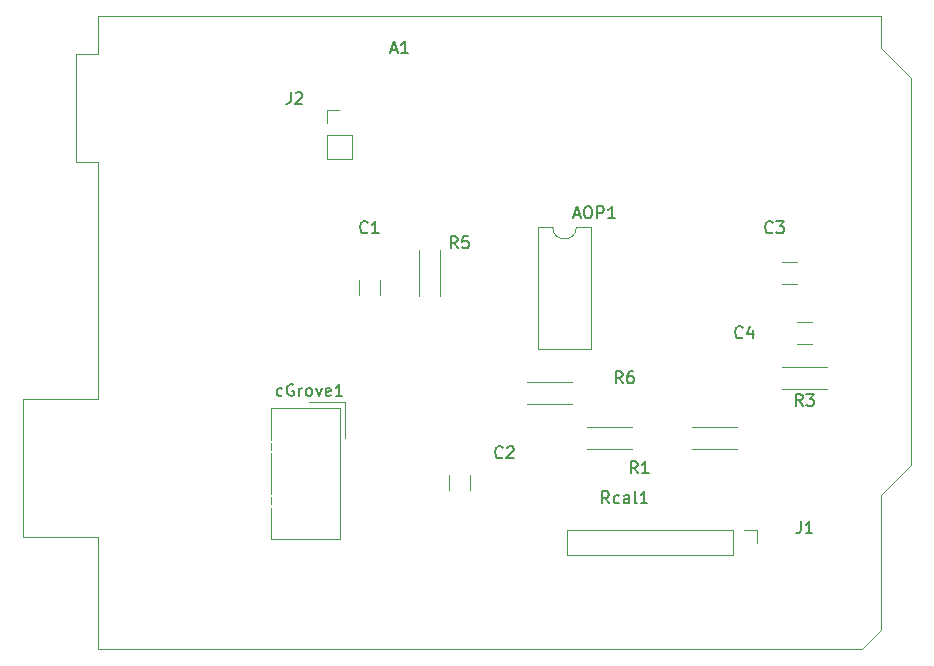
<source format=gbr>
G04 #@! TF.GenerationSoftware,KiCad,Pcbnew,(5.0.0)*
G04 #@! TF.CreationDate,2018-12-01T13:55:55+01:00*
G04 #@! TF.ProjectId,GazSensor-Rodier&Xu,47617A53656E736F722D526F64696572,1.0*
G04 #@! TF.SameCoordinates,Original*
G04 #@! TF.FileFunction,Legend,Top*
G04 #@! TF.FilePolarity,Positive*
%FSLAX46Y46*%
G04 Gerber Fmt 4.6, Leading zero omitted, Abs format (unit mm)*
G04 Created by KiCad (PCBNEW (5.0.0)) date 12/01/18 13:55:55*
%MOMM*%
%LPD*%
G01*
G04 APERTURE LIST*
%ADD10C,0.120000*%
%ADD11C,0.150000*%
G04 APERTURE END LIST*
D10*
G04 #@! TO.C,A1*
X180470000Y-112780000D02*
X180470000Y-80010000D01*
X180470000Y-80010000D02*
X177930000Y-77470000D01*
X177930000Y-77470000D02*
X177930000Y-74800000D01*
X177930000Y-74800000D02*
X111630000Y-74800000D01*
X111630000Y-74800000D02*
X111630000Y-77980000D01*
X111630000Y-77980000D02*
X109730000Y-77980000D01*
X109730000Y-77980000D02*
X109730000Y-87120000D01*
X109730000Y-87120000D02*
X111630000Y-87120000D01*
X111630000Y-87120000D02*
X111630000Y-107190000D01*
X111630000Y-107190000D02*
X105280000Y-107190000D01*
X105280000Y-107190000D02*
X105280000Y-118870000D01*
X105280000Y-118870000D02*
X111630000Y-118870000D01*
X111630000Y-118870000D02*
X111630000Y-128400000D01*
X111630000Y-128400000D02*
X176280000Y-128400000D01*
X176280000Y-128400000D02*
X177930000Y-126750000D01*
X177930000Y-126750000D02*
X177930000Y-115320000D01*
X177930000Y-115320000D02*
X180470000Y-112780000D01*
G04 #@! TO.C,C4*
X170801000Y-100680000D02*
X172059000Y-100680000D01*
X170801000Y-102520000D02*
X172059000Y-102520000D01*
G04 #@! TO.C,AOP1*
X153380000Y-92650000D02*
X152130000Y-92650000D01*
X153380000Y-102930000D02*
X153380000Y-92650000D01*
X148880000Y-102930000D02*
X153380000Y-102930000D01*
X148880000Y-92650000D02*
X148880000Y-102930000D01*
X150130000Y-92650000D02*
X148880000Y-92650000D01*
X152130000Y-92650000D02*
G75*
G02X150130000Y-92650000I-1000000J0D01*
G01*
G04 #@! TO.C,C1*
X135540000Y-97141000D02*
X135540000Y-98399000D01*
X133700000Y-97141000D02*
X133700000Y-98399000D01*
G04 #@! TO.C,C2*
X141320000Y-113651000D02*
X141320000Y-114909000D01*
X143160000Y-113651000D02*
X143160000Y-114909000D01*
G04 #@! TO.C,C3*
X170829000Y-97440000D02*
X169571000Y-97440000D01*
X170829000Y-95600000D02*
X169571000Y-95600000D01*
G04 #@! TO.C,R1*
X156860000Y-111410000D02*
X153020000Y-111410000D01*
X156860000Y-109570000D02*
X153020000Y-109570000D01*
G04 #@! TO.C,R3*
X173370000Y-104490000D02*
X169530000Y-104490000D01*
X173370000Y-106330000D02*
X169530000Y-106330000D01*
G04 #@! TO.C,R5*
X138780000Y-98440000D02*
X138780000Y-94600000D01*
X140620000Y-98440000D02*
X140620000Y-94600000D01*
G04 #@! TO.C,R6*
X151780000Y-107600000D02*
X147940000Y-107600000D01*
X151780000Y-105760000D02*
X147940000Y-105760000D01*
G04 #@! TO.C,Rcal1*
X165750000Y-111410000D02*
X161910000Y-111410000D01*
X165750000Y-109570000D02*
X161910000Y-109570000D01*
G04 #@! TO.C,cGrove1*
X132540000Y-107490000D02*
X132540000Y-110490000D01*
X129540000Y-107490000D02*
X132540000Y-107490000D01*
X126240000Y-115490000D02*
X126240000Y-116090000D01*
X126240000Y-110890000D02*
X126240000Y-111490000D01*
X132090000Y-107990000D02*
X132090000Y-119040000D01*
X126240000Y-107990000D02*
X132090000Y-107990000D01*
X126240000Y-111740000D02*
X126240000Y-115240000D01*
X126240000Y-119040000D02*
X132090000Y-119040000D01*
X126240000Y-107990000D02*
X126240000Y-110640000D01*
X126240000Y-116390000D02*
X126240000Y-119040000D01*
G04 #@! TO.C,J1*
X151310000Y-118320000D02*
X151310000Y-120440000D01*
X165370000Y-118320000D02*
X151310000Y-118320000D01*
X165370000Y-120440000D02*
X151310000Y-120440000D01*
X165370000Y-118320000D02*
X165370000Y-120440000D01*
X166370000Y-118320000D02*
X167430000Y-118320000D01*
X167430000Y-118320000D02*
X167430000Y-119380000D01*
G04 #@! TO.C,J2*
X131020000Y-86880000D02*
X133140000Y-86880000D01*
X131020000Y-84820000D02*
X131020000Y-86880000D01*
X133140000Y-84820000D02*
X133140000Y-86880000D01*
X131020000Y-84820000D02*
X133140000Y-84820000D01*
X131020000Y-83820000D02*
X131020000Y-82760000D01*
X131020000Y-82760000D02*
X132080000Y-82760000D01*
G04 #@! TO.C,A1*
D11*
X136445714Y-77636666D02*
X136921904Y-77636666D01*
X136350476Y-77922380D02*
X136683809Y-76922380D01*
X137017142Y-77922380D01*
X137874285Y-77922380D02*
X137302857Y-77922380D01*
X137588571Y-77922380D02*
X137588571Y-76922380D01*
X137493333Y-77065238D01*
X137398095Y-77160476D01*
X137302857Y-77208095D01*
G04 #@! TO.C,C4*
X166203333Y-101957142D02*
X166155714Y-102004761D01*
X166012857Y-102052380D01*
X165917619Y-102052380D01*
X165774761Y-102004761D01*
X165679523Y-101909523D01*
X165631904Y-101814285D01*
X165584285Y-101623809D01*
X165584285Y-101480952D01*
X165631904Y-101290476D01*
X165679523Y-101195238D01*
X165774761Y-101100000D01*
X165917619Y-101052380D01*
X166012857Y-101052380D01*
X166155714Y-101100000D01*
X166203333Y-101147619D01*
X167060476Y-101385714D02*
X167060476Y-102052380D01*
X166822380Y-101004761D02*
X166584285Y-101719047D01*
X167203333Y-101719047D01*
G04 #@! TO.C,AOP1*
X151931904Y-91606666D02*
X152408095Y-91606666D01*
X151836666Y-91892380D02*
X152170000Y-90892380D01*
X152503333Y-91892380D01*
X153027142Y-90892380D02*
X153217619Y-90892380D01*
X153312857Y-90940000D01*
X153408095Y-91035238D01*
X153455714Y-91225714D01*
X153455714Y-91559047D01*
X153408095Y-91749523D01*
X153312857Y-91844761D01*
X153217619Y-91892380D01*
X153027142Y-91892380D01*
X152931904Y-91844761D01*
X152836666Y-91749523D01*
X152789047Y-91559047D01*
X152789047Y-91225714D01*
X152836666Y-91035238D01*
X152931904Y-90940000D01*
X153027142Y-90892380D01*
X153884285Y-91892380D02*
X153884285Y-90892380D01*
X154265238Y-90892380D01*
X154360476Y-90940000D01*
X154408095Y-90987619D01*
X154455714Y-91082857D01*
X154455714Y-91225714D01*
X154408095Y-91320952D01*
X154360476Y-91368571D01*
X154265238Y-91416190D01*
X153884285Y-91416190D01*
X155408095Y-91892380D02*
X154836666Y-91892380D01*
X155122380Y-91892380D02*
X155122380Y-90892380D01*
X155027142Y-91035238D01*
X154931904Y-91130476D01*
X154836666Y-91178095D01*
G04 #@! TO.C,C1*
X134453333Y-93067142D02*
X134405714Y-93114761D01*
X134262857Y-93162380D01*
X134167619Y-93162380D01*
X134024761Y-93114761D01*
X133929523Y-93019523D01*
X133881904Y-92924285D01*
X133834285Y-92733809D01*
X133834285Y-92590952D01*
X133881904Y-92400476D01*
X133929523Y-92305238D01*
X134024761Y-92210000D01*
X134167619Y-92162380D01*
X134262857Y-92162380D01*
X134405714Y-92210000D01*
X134453333Y-92257619D01*
X135405714Y-93162380D02*
X134834285Y-93162380D01*
X135120000Y-93162380D02*
X135120000Y-92162380D01*
X135024761Y-92305238D01*
X134929523Y-92400476D01*
X134834285Y-92448095D01*
G04 #@! TO.C,C2*
X145883333Y-112117142D02*
X145835714Y-112164761D01*
X145692857Y-112212380D01*
X145597619Y-112212380D01*
X145454761Y-112164761D01*
X145359523Y-112069523D01*
X145311904Y-111974285D01*
X145264285Y-111783809D01*
X145264285Y-111640952D01*
X145311904Y-111450476D01*
X145359523Y-111355238D01*
X145454761Y-111260000D01*
X145597619Y-111212380D01*
X145692857Y-111212380D01*
X145835714Y-111260000D01*
X145883333Y-111307619D01*
X146264285Y-111307619D02*
X146311904Y-111260000D01*
X146407142Y-111212380D01*
X146645238Y-111212380D01*
X146740476Y-111260000D01*
X146788095Y-111307619D01*
X146835714Y-111402857D01*
X146835714Y-111498095D01*
X146788095Y-111640952D01*
X146216666Y-112212380D01*
X146835714Y-112212380D01*
G04 #@! TO.C,C3*
X168743333Y-93067142D02*
X168695714Y-93114761D01*
X168552857Y-93162380D01*
X168457619Y-93162380D01*
X168314761Y-93114761D01*
X168219523Y-93019523D01*
X168171904Y-92924285D01*
X168124285Y-92733809D01*
X168124285Y-92590952D01*
X168171904Y-92400476D01*
X168219523Y-92305238D01*
X168314761Y-92210000D01*
X168457619Y-92162380D01*
X168552857Y-92162380D01*
X168695714Y-92210000D01*
X168743333Y-92257619D01*
X169076666Y-92162380D02*
X169695714Y-92162380D01*
X169362380Y-92543333D01*
X169505238Y-92543333D01*
X169600476Y-92590952D01*
X169648095Y-92638571D01*
X169695714Y-92733809D01*
X169695714Y-92971904D01*
X169648095Y-93067142D01*
X169600476Y-93114761D01*
X169505238Y-93162380D01*
X169219523Y-93162380D01*
X169124285Y-93114761D01*
X169076666Y-93067142D01*
G04 #@! TO.C,R1*
X157313333Y-113482380D02*
X156980000Y-113006190D01*
X156741904Y-113482380D02*
X156741904Y-112482380D01*
X157122857Y-112482380D01*
X157218095Y-112530000D01*
X157265714Y-112577619D01*
X157313333Y-112672857D01*
X157313333Y-112815714D01*
X157265714Y-112910952D01*
X157218095Y-112958571D01*
X157122857Y-113006190D01*
X156741904Y-113006190D01*
X158265714Y-113482380D02*
X157694285Y-113482380D01*
X157980000Y-113482380D02*
X157980000Y-112482380D01*
X157884761Y-112625238D01*
X157789523Y-112720476D01*
X157694285Y-112768095D01*
G04 #@! TO.C,R3*
X171283333Y-107782380D02*
X170950000Y-107306190D01*
X170711904Y-107782380D02*
X170711904Y-106782380D01*
X171092857Y-106782380D01*
X171188095Y-106830000D01*
X171235714Y-106877619D01*
X171283333Y-106972857D01*
X171283333Y-107115714D01*
X171235714Y-107210952D01*
X171188095Y-107258571D01*
X171092857Y-107306190D01*
X170711904Y-107306190D01*
X171616666Y-106782380D02*
X172235714Y-106782380D01*
X171902380Y-107163333D01*
X172045238Y-107163333D01*
X172140476Y-107210952D01*
X172188095Y-107258571D01*
X172235714Y-107353809D01*
X172235714Y-107591904D01*
X172188095Y-107687142D01*
X172140476Y-107734761D01*
X172045238Y-107782380D01*
X171759523Y-107782380D01*
X171664285Y-107734761D01*
X171616666Y-107687142D01*
G04 #@! TO.C,R5*
X142073333Y-94432380D02*
X141740000Y-93956190D01*
X141501904Y-94432380D02*
X141501904Y-93432380D01*
X141882857Y-93432380D01*
X141978095Y-93480000D01*
X142025714Y-93527619D01*
X142073333Y-93622857D01*
X142073333Y-93765714D01*
X142025714Y-93860952D01*
X141978095Y-93908571D01*
X141882857Y-93956190D01*
X141501904Y-93956190D01*
X142978095Y-93432380D02*
X142501904Y-93432380D01*
X142454285Y-93908571D01*
X142501904Y-93860952D01*
X142597142Y-93813333D01*
X142835238Y-93813333D01*
X142930476Y-93860952D01*
X142978095Y-93908571D01*
X143025714Y-94003809D01*
X143025714Y-94241904D01*
X142978095Y-94337142D01*
X142930476Y-94384761D01*
X142835238Y-94432380D01*
X142597142Y-94432380D01*
X142501904Y-94384761D01*
X142454285Y-94337142D01*
G04 #@! TO.C,R6*
X156043333Y-105862380D02*
X155710000Y-105386190D01*
X155471904Y-105862380D02*
X155471904Y-104862380D01*
X155852857Y-104862380D01*
X155948095Y-104910000D01*
X155995714Y-104957619D01*
X156043333Y-105052857D01*
X156043333Y-105195714D01*
X155995714Y-105290952D01*
X155948095Y-105338571D01*
X155852857Y-105386190D01*
X155471904Y-105386190D01*
X156900476Y-104862380D02*
X156710000Y-104862380D01*
X156614761Y-104910000D01*
X156567142Y-104957619D01*
X156471904Y-105100476D01*
X156424285Y-105290952D01*
X156424285Y-105671904D01*
X156471904Y-105767142D01*
X156519523Y-105814761D01*
X156614761Y-105862380D01*
X156805238Y-105862380D01*
X156900476Y-105814761D01*
X156948095Y-105767142D01*
X156995714Y-105671904D01*
X156995714Y-105433809D01*
X156948095Y-105338571D01*
X156900476Y-105290952D01*
X156805238Y-105243333D01*
X156614761Y-105243333D01*
X156519523Y-105290952D01*
X156471904Y-105338571D01*
X156424285Y-105433809D01*
G04 #@! TO.C,Rcal1*
X154900476Y-116022380D02*
X154567142Y-115546190D01*
X154329047Y-116022380D02*
X154329047Y-115022380D01*
X154710000Y-115022380D01*
X154805238Y-115070000D01*
X154852857Y-115117619D01*
X154900476Y-115212857D01*
X154900476Y-115355714D01*
X154852857Y-115450952D01*
X154805238Y-115498571D01*
X154710000Y-115546190D01*
X154329047Y-115546190D01*
X155757619Y-115974761D02*
X155662380Y-116022380D01*
X155471904Y-116022380D01*
X155376666Y-115974761D01*
X155329047Y-115927142D01*
X155281428Y-115831904D01*
X155281428Y-115546190D01*
X155329047Y-115450952D01*
X155376666Y-115403333D01*
X155471904Y-115355714D01*
X155662380Y-115355714D01*
X155757619Y-115403333D01*
X156614761Y-116022380D02*
X156614761Y-115498571D01*
X156567142Y-115403333D01*
X156471904Y-115355714D01*
X156281428Y-115355714D01*
X156186190Y-115403333D01*
X156614761Y-115974761D02*
X156519523Y-116022380D01*
X156281428Y-116022380D01*
X156186190Y-115974761D01*
X156138571Y-115879523D01*
X156138571Y-115784285D01*
X156186190Y-115689047D01*
X156281428Y-115641428D01*
X156519523Y-115641428D01*
X156614761Y-115593809D01*
X157233809Y-116022380D02*
X157138571Y-115974761D01*
X157090952Y-115879523D01*
X157090952Y-115022380D01*
X158138571Y-116022380D02*
X157567142Y-116022380D01*
X157852857Y-116022380D02*
X157852857Y-115022380D01*
X157757619Y-115165238D01*
X157662380Y-115260476D01*
X157567142Y-115308095D01*
G04 #@! TO.C,cGrove1*
X127230476Y-106894761D02*
X127135238Y-106942380D01*
X126944761Y-106942380D01*
X126849523Y-106894761D01*
X126801904Y-106847142D01*
X126754285Y-106751904D01*
X126754285Y-106466190D01*
X126801904Y-106370952D01*
X126849523Y-106323333D01*
X126944761Y-106275714D01*
X127135238Y-106275714D01*
X127230476Y-106323333D01*
X128182857Y-105990000D02*
X128087619Y-105942380D01*
X127944761Y-105942380D01*
X127801904Y-105990000D01*
X127706666Y-106085238D01*
X127659047Y-106180476D01*
X127611428Y-106370952D01*
X127611428Y-106513809D01*
X127659047Y-106704285D01*
X127706666Y-106799523D01*
X127801904Y-106894761D01*
X127944761Y-106942380D01*
X128040000Y-106942380D01*
X128182857Y-106894761D01*
X128230476Y-106847142D01*
X128230476Y-106513809D01*
X128040000Y-106513809D01*
X128659047Y-106942380D02*
X128659047Y-106275714D01*
X128659047Y-106466190D02*
X128706666Y-106370952D01*
X128754285Y-106323333D01*
X128849523Y-106275714D01*
X128944761Y-106275714D01*
X129420952Y-106942380D02*
X129325714Y-106894761D01*
X129278095Y-106847142D01*
X129230476Y-106751904D01*
X129230476Y-106466190D01*
X129278095Y-106370952D01*
X129325714Y-106323333D01*
X129420952Y-106275714D01*
X129563809Y-106275714D01*
X129659047Y-106323333D01*
X129706666Y-106370952D01*
X129754285Y-106466190D01*
X129754285Y-106751904D01*
X129706666Y-106847142D01*
X129659047Y-106894761D01*
X129563809Y-106942380D01*
X129420952Y-106942380D01*
X130087619Y-106275714D02*
X130325714Y-106942380D01*
X130563809Y-106275714D01*
X131325714Y-106894761D02*
X131230476Y-106942380D01*
X131040000Y-106942380D01*
X130944761Y-106894761D01*
X130897142Y-106799523D01*
X130897142Y-106418571D01*
X130944761Y-106323333D01*
X131040000Y-106275714D01*
X131230476Y-106275714D01*
X131325714Y-106323333D01*
X131373333Y-106418571D01*
X131373333Y-106513809D01*
X130897142Y-106609047D01*
X132325714Y-106942380D02*
X131754285Y-106942380D01*
X132040000Y-106942380D02*
X132040000Y-105942380D01*
X131944761Y-106085238D01*
X131849523Y-106180476D01*
X131754285Y-106228095D01*
G04 #@! TO.C,J1*
X171116666Y-117562380D02*
X171116666Y-118276666D01*
X171069047Y-118419523D01*
X170973809Y-118514761D01*
X170830952Y-118562380D01*
X170735714Y-118562380D01*
X172116666Y-118562380D02*
X171545238Y-118562380D01*
X171830952Y-118562380D02*
X171830952Y-117562380D01*
X171735714Y-117705238D01*
X171640476Y-117800476D01*
X171545238Y-117848095D01*
G04 #@! TO.C,J2*
X127936666Y-81212380D02*
X127936666Y-81926666D01*
X127889047Y-82069523D01*
X127793809Y-82164761D01*
X127650952Y-82212380D01*
X127555714Y-82212380D01*
X128365238Y-81307619D02*
X128412857Y-81260000D01*
X128508095Y-81212380D01*
X128746190Y-81212380D01*
X128841428Y-81260000D01*
X128889047Y-81307619D01*
X128936666Y-81402857D01*
X128936666Y-81498095D01*
X128889047Y-81640952D01*
X128317619Y-82212380D01*
X128936666Y-82212380D01*
G04 #@! TD*
M02*

</source>
